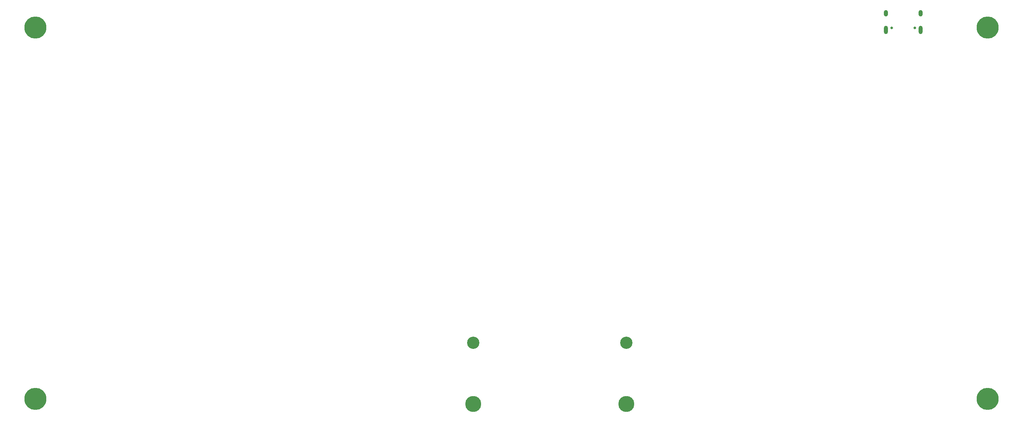
<source format=gbr>
%TF.GenerationSoftware,KiCad,Pcbnew,9.0.6*%
%TF.CreationDate,2026-01-15T12:54:41-05:00*%
%TF.ProjectId,60_keyboard,36305f6b-6579-4626-9f61-72642e6b6963,rev?*%
%TF.SameCoordinates,Original*%
%TF.FileFunction,Soldermask,Top*%
%TF.FilePolarity,Negative*%
%FSLAX46Y46*%
G04 Gerber Fmt 4.6, Leading zero omitted, Abs format (unit mm)*
G04 Created by KiCad (PCBNEW 9.0.6) date 2026-01-15 12:54:41*
%MOMM*%
%LPD*%
G01*
G04 APERTURE LIST*
%ADD10C,3.048000*%
%ADD11C,3.987800*%
%ADD12C,0.650000*%
%ADD13O,1.000000X1.600000*%
%ADD14O,1.000000X2.100000*%
%ADD15C,5.500000*%
G04 APERTURE END LIST*
D10*
%TO.C,REF\u002A\u002A*%
X128950000Y-93515000D03*
D11*
X128950000Y-108725000D03*
D10*
X167050000Y-93515000D03*
D11*
X167050000Y-108725000D03*
%TD*%
D12*
%TO.C,J1*%
X233110000Y-15100000D03*
X238890000Y-15100000D03*
D13*
X231680000Y-11450000D03*
D14*
X231680000Y-15630000D03*
D13*
X240320000Y-11450000D03*
D14*
X240320000Y-15630000D03*
%TD*%
D15*
X20000000Y-107500000D03*
X257000000Y-107500000D03*
X257000000Y-15000000D03*
X20000000Y-15000000D03*
M02*

</source>
